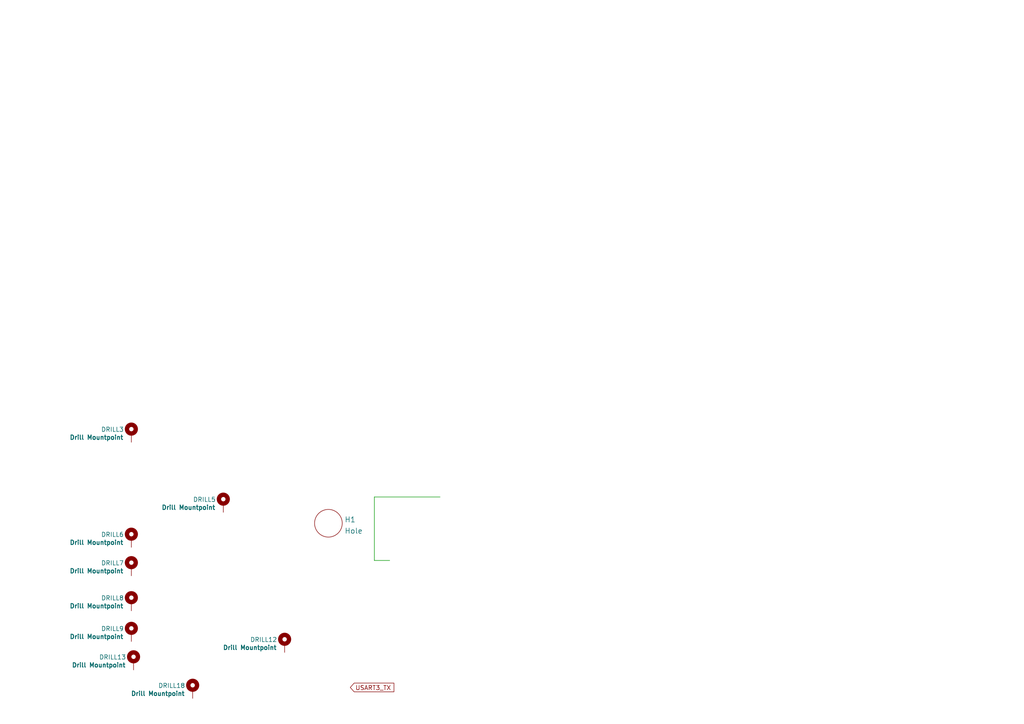
<source format=kicad_sch>
(kicad_sch (version 20211123) (generator eeschema)
  (paper "A4")
  (title_block (title "Alvaro") (date "2020-12-03") (rev "V1.5"))
  (lib_symbols
    (symbol "Mechanical:MountingHole_Pad" (pin_numbers hide) (pin_names (offset 1.016) hide)
      (property "Reference" "H" (at 0 6.35 0))
      (property "Value" "MountingHole_Pad" (at 0 4.445 0))
      (symbol "MountingHole_Pad_0_1"
        (circle (center 0 1.27) (radius 1.27) (stroke (width 1.27)))
      )
      (symbol "MountingHole_Pad_1_1"
        (pin input line (at 0 -2.54 90) (length 2.54) (name "1") (number "1"))
      )
    )
    (symbol "keebio:Hole" (pin_names (offset 1.016))
      (property "Reference" "H" (at 0 -1.27 0))
      (property "Value" "Hole" (at 0 1.27 0))
      (symbol "Hole_0_1"
        (circle (center 0 0) (radius 4.0132))
      )
    )
  )
  (wire (pts (xy 41.91 218.44) (xy 41.91 219.075)))
  (wire (pts (xy 38.735 218.44) (xy 41.91 218.44)))
  (wire (pts (xy 108.585 144.145) (xy 127.635 144.145)))
  (wire (pts (xy 113.03 162.56) (xy 108.585 162.56)))
  (wire (pts (xy 108.585 162.56) (xy 108.585 144.145)))
  (text "TS24CA" (at 0 0 180) (effects (font (size 1.27 1.27)) (justify right bottom)))
  (global_label "USART3_TX" (shape input) (at 101.6 199.39 0) (property "Intersheet References" "${INTERSHEET_REFS}" (effects hide)))
  (symbol (lib_id "Mechanical:MountingHole_Pad") (at 38.735 191.77 0) (mirror y) (unit 1)
    (property "Reference" "DRILL13" (at 36.576 190.6016 0) (effects (justify left)))
    (property "Value" "Drill Mountpoint" (at 36.576 192.913 0) (effects (font bold) (justify left)))
    (property "Footprint" "MountingHole:MountingHole_2.2mm_M2_DIN965_Pad" (effects hide))
  )
  (symbol (lib_id "Mechanical:MountingHole_Pad") (at 38.1 183.515 0) (mirror y) (unit 1)
    (property "Reference" "DRILL9" (at 35.941 182.3466 0) (effects (justify left)))
    (property "Value" "Drill Mountpoint" (at 35.941 184.658 0) (effects (font bold) (justify left)))
    (property "Footprint" "MountingHole:MountingHole_2.2mm_M2_DIN965_Pad" (effects hide))
  )
  (symbol (lib_id "Mechanical:MountingHole_Pad") (at 55.88 200.025 0) (mirror y) (unit 1)
    (property "Reference" "DRILL18" (at 53.721 198.8566 0) (effects (justify left)))
    (property "Value" "Drill Mountpoint" (at 53.721 201.168 0) (effects (font bold) (justify left)))
    (property "Footprint" "MountingHole:MountingHole_2.2mm_M2_DIN965_Pad" (effects hide))
  )
  (symbol (lib_id "Mechanical:MountingHole_Pad") (at 64.77 146.05 0) (mirror y) (unit 1)
    (property "Reference" "DRILL5" (at 62.611 144.8816 0) (effects (justify left)))
    (property "Value" "Drill Mountpoint" (at 62.611 147.193 0) (effects (font bold) (justify left)))
    (property "Footprint" "MountingHole:MountingHole_2.2mm_M2_DIN965_Pad" (effects hide))
  )
  (symbol (lib_id "Mechanical:MountingHole_Pad") (at 82.55 186.69 0) (mirror y) (unit 1)
    (property "Reference" "DRILL12" (at 80.391 185.5216 0) (effects (justify left)))
    (property "Value" "Drill Mountpoint" (at 80.391 187.833 0) (effects (font bold) (justify left)))
    (property "Footprint" "MountingHole:MountingHole_2.2mm_M2_DIN965_Pad" (effects hide))
  )
  (symbol (lib_id "Mechanical:MountingHole_Pad") (at 38.1 125.73 0) (mirror y) (unit 1)
    (property "Reference" "DRILL3" (at 35.941 124.5616 0) (effects (justify left)))
    (property "Value" "Drill Mountpoint" (at 35.941 126.873 0) (effects (font bold) (justify left)))
    (property "Footprint" "MountingHole:MountingHole_2.2mm_M2_DIN965_Pad" (effects hide))
  )
  (symbol (lib_id "keebio:Hole") (at 95.25 151.765 0) (unit 1)
    (property "Reference" "H1" (at 99.8983 150.7003 0) (effects (font (size 1.524 1.524)) (justify left)))
    (property "Value" "Hole" (at 99.8983 153.9793 0) (effects (font (size 1.524 1.524)) (justify left)))
    (property "Footprint" "libmodulo:SK8707" (effects hide))
  )
  (symbol (lib_id "Mechanical:MountingHole_Pad") (at 38.1 174.625 0) (mirror y) (unit 1)
    (property "Reference" "DRILL8" (at 35.941 173.4566 0) (effects (justify left)))
    (property "Value" "Drill Mountpoint" (at 35.941 175.768 0) (effects (font bold) (justify left)))
    (property "Footprint" "MountingHole:MountingHole_2.2mm_M2_DIN965_Pad" (effects hide))
  )
  (symbol (lib_id "Mechanical:MountingHole_Pad") (at 38.1 156.21 0) (mirror y) (unit 1)
    (property "Reference" "DRILL6" (at 35.941 155.0416 0) (effects (justify left)))
    (property "Value" "Drill Mountpoint" (at 35.941 157.353 0) (effects (font bold) (justify left)))
    (property "Footprint" "MountingHole:MountingHole_2.2mm_M2_DIN965_Pad" (effects hide))
  )
  (symbol (lib_id "Mechanical:MountingHole_Pad") (at 38.1 164.465 0) (mirror y) (unit 1)
    (property "Reference" "DRILL7" (at 35.941 163.2966 0) (effects (justify left)))
    (property "Value" "Drill Mountpoint" (at 35.941 165.608 0) (effects (font bold) (justify left)))
    (property "Footprint" "MountingHole:MountingHole_2.2mm_M2_DIN965_Pad" (effects hide))
  )
)
</source>
